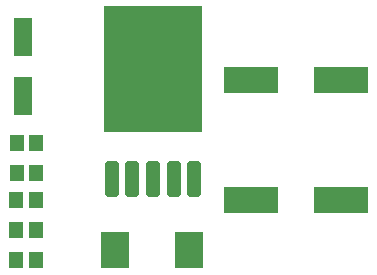
<source format=gtp>
G04*
G04 #@! TF.GenerationSoftware,Altium Limited,Altium Designer,20.0.13 (296)*
G04*
G04 Layer_Color=8421504*
%FSLAX25Y25*%
%MOIN*%
G70*
G01*
G75*
%ADD13R,0.17913X0.09055*%
%ADD14R,0.06299X0.12598*%
%ADD15R,0.32992X0.41968*%
G04:AMPARAMS|DCode=16|XSize=47.24mil|YSize=120.08mil|CornerRadius=11.81mil|HoleSize=0mil|Usage=FLASHONLY|Rotation=0.000|XOffset=0mil|YOffset=0mil|HoleType=Round|Shape=RoundedRectangle|*
%AMROUNDEDRECTD16*
21,1,0.04724,0.09646,0,0,0.0*
21,1,0.02362,0.12008,0,0,0.0*
1,1,0.02362,0.01181,-0.04823*
1,1,0.02362,-0.01181,-0.04823*
1,1,0.02362,-0.01181,0.04823*
1,1,0.02362,0.01181,0.04823*
%
%ADD16ROUNDEDRECTD16*%
%ADD17R,0.09646X0.12402*%
%ADD18R,0.05118X0.05512*%
%ADD19R,0.04528X0.05315*%
D13*
X495490Y274205D02*
D03*
X465569D02*
D03*
X495490Y314205D02*
D03*
X465569D02*
D03*
D14*
X389361Y308917D02*
D03*
Y328602D02*
D03*
D15*
X432874Y317806D02*
D03*
D16*
X419095Y281192D02*
D03*
X425985D02*
D03*
X432874D02*
D03*
X439764D02*
D03*
X446654D02*
D03*
D17*
X420277Y257497D02*
D03*
X444686D02*
D03*
D18*
X387378Y283247D02*
D03*
X393677D02*
D03*
X387378Y293247D02*
D03*
X393677D02*
D03*
D19*
X393974Y264205D02*
D03*
X387084D02*
D03*
X387084Y254205D02*
D03*
X393974D02*
D03*
X393974Y274205D02*
D03*
X387085D02*
D03*
M02*

</source>
